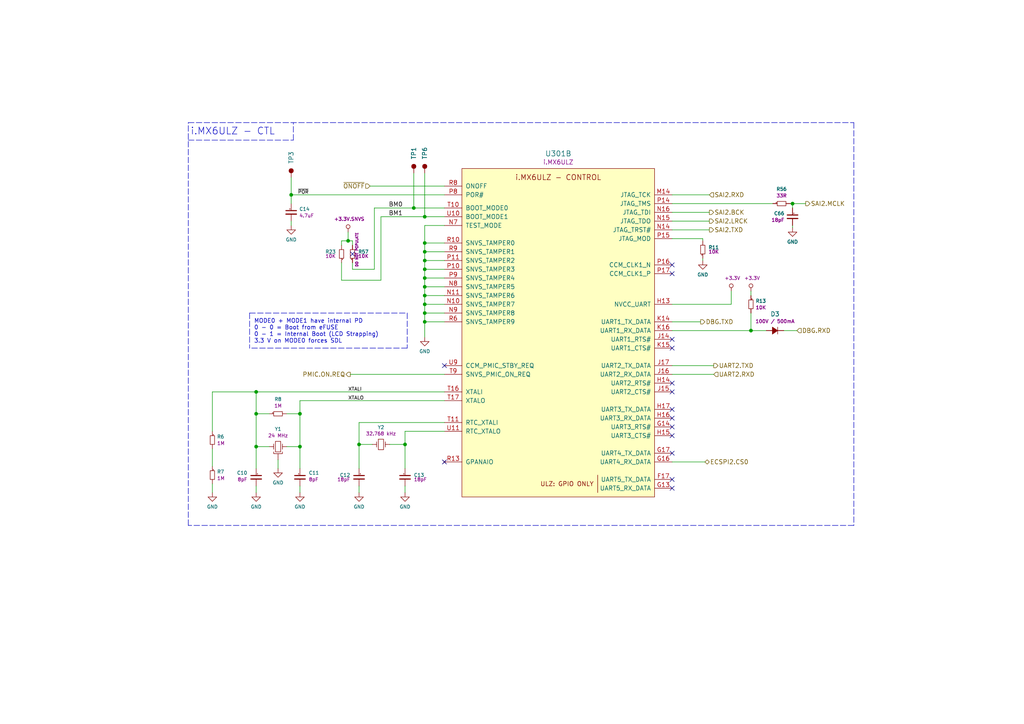
<source format=kicad_sch>
(kicad_sch (version 20211123) (generator eeschema)
  (paper "A4")
  (title_block (title "EX-PCB-10108-001") (date "2021-07-27") (rev "A") (company "OHN Electronics Inc.") (comment 1 "Uses NXP i.MX6ULx core design licensed from PolyVection UG, Germany") (comment 2 "Organelle 2 Processor board") (comment 4 "EX-PCB-10108-001 - Schematics"))
  (junction (at 217.805 95.885))
  (junction (at 86.995 120.015))
  (junction (at 123.19 90.805))
  (junction (at 123.19 93.345))
  (junction (at 123.19 62.865))
  (junction (at 74.295 113.665))
  (junction (at 104.14 128.905))
  (junction (at 123.19 85.725))
  (junction (at 123.19 70.485))
  (junction (at 86.995 129.54))
  (junction (at 120.015 60.325))
  (junction (at 123.19 78.105))
  (junction (at 84.455 56.515))
  (junction (at 100.965 69.85))
  (junction (at 123.19 73.025))
  (junction (at 123.19 80.645))
  (junction (at 229.87 59.055))
  (junction (at 123.19 88.265))
  (junction (at 117.475 128.905))
  (junction (at 74.295 129.54))
  (junction (at 74.295 120.015))
  (junction (at 123.19 83.185))
  (junction (at 123.19 75.565))
  (no_connect (at 194.945 79.375))
  (no_connect (at 194.945 141.605))
  (no_connect (at 128.905 133.985))
  (no_connect (at 194.945 121.285))
  (no_connect (at 194.945 139.065))
  (no_connect (at 128.905 106.045))
  (no_connect (at 102.235 73.66))
  (no_connect (at 194.945 100.965))
  (no_connect (at 194.945 76.835))
  (no_connect (at 194.945 123.825))
  (no_connect (at 194.945 111.125))
  (no_connect (at 194.945 126.365))
  (no_connect (at 194.945 131.445))
  (no_connect (at 194.945 98.425))
  (no_connect (at 194.945 118.745))
  (no_connect (at 194.945 113.665))
  (polyline (pts (xy 247.65 152.4) (xy 54.61 152.4)))
  (wire (pts (xy 123.19 50.165) (xy 123.19 62.865)))
  (wire (pts (xy 86.995 129.54) (xy 86.995 135.89)))
  (wire (pts (xy 84.455 56.515) (xy 84.455 59.055)))
  (wire (pts (xy 110.49 62.865) (xy 110.49 81.28)))
  (wire (pts (xy 99.06 69.85) (xy 99.06 71.12)))
  (wire (pts (xy 107.315 53.975) (xy 128.905 53.975)))
  (wire (pts (xy 217.805 95.885) (xy 222.25 95.885)))
  (wire (pts (xy 84.455 65.405) (xy 84.455 64.135)))
  (wire (pts (xy 61.595 142.875) (xy 61.595 140.335)))
  (wire (pts (xy 99.06 81.28) (xy 110.49 81.28)))
  (wire (pts (xy 123.19 88.265) (xy 123.19 90.805)))
  (wire (pts (xy 104.14 128.905) (xy 104.14 135.89)))
  (polyline (pts (xy 54.61 152.4) (xy 54.61 35.56)))
  (wire (pts (xy 123.19 73.025) (xy 123.19 75.565)))
  (wire (pts (xy 212.09 84.455) (xy 212.09 88.265)))
  (wire (pts (xy 227.33 95.885) (xy 231.14 95.885)))
  (wire (pts (xy 100.965 69.85) (xy 102.235 69.85)))
  (polyline (pts (xy 72.39 90.805) (xy 72.39 100.965)))
  (wire (pts (xy 128.905 125.095) (xy 117.475 125.095)))
  (wire (pts (xy 117.475 125.095) (xy 117.475 128.905)))
  (wire (pts (xy 123.19 88.265) (xy 128.905 88.265)))
  (wire (pts (xy 84.455 56.515) (xy 128.905 56.515)))
  (wire (pts (xy 123.19 62.865) (xy 128.905 62.865)))
  (wire (pts (xy 229.87 59.055) (xy 229.235 59.055)))
  (wire (pts (xy 104.14 142.875) (xy 104.14 140.97)))
  (wire (pts (xy 128.905 73.025) (xy 123.19 73.025)))
  (wire (pts (xy 86.995 116.205) (xy 128.905 116.205)))
  (wire (pts (xy 84.455 51.435) (xy 84.455 56.515)))
  (polyline (pts (xy 247.65 35.56) (xy 247.65 152.4)))
  (polyline (pts (xy 54.61 40.64) (xy 85.09 40.64)))
  (wire (pts (xy 102.235 76.2) (xy 102.235 78.105)))
  (wire (pts (xy 113.03 128.905) (xy 117.475 128.905)))
  (wire (pts (xy 194.945 61.595) (xy 205.74 61.595)))
  (wire (pts (xy 207.01 106.045) (xy 194.945 106.045)))
  (polyline (pts (xy 54.61 35.56) (xy 247.65 35.56)))
  (wire (pts (xy 102.235 69.85) (xy 102.235 71.12)))
  (wire (pts (xy 229.87 60.325) (xy 229.87 59.055)))
  (wire (pts (xy 194.945 64.135) (xy 205.74 64.135)))
  (wire (pts (xy 194.945 108.585) (xy 207.01 108.585)))
  (wire (pts (xy 229.87 66.04) (xy 229.87 65.405)))
  (wire (pts (xy 108.585 78.105) (xy 108.585 60.325)))
  (wire (pts (xy 123.19 75.565) (xy 123.19 78.105)))
  (wire (pts (xy 102.235 78.105) (xy 108.585 78.105)))
  (wire (pts (xy 99.06 81.28) (xy 99.06 76.2)))
  (wire (pts (xy 123.19 80.645) (xy 128.905 80.645)))
  (wire (pts (xy 101.6 108.585) (xy 128.905 108.585)))
  (wire (pts (xy 74.295 142.875) (xy 74.295 140.97)))
  (wire (pts (xy 74.295 120.015) (xy 74.295 129.54)))
  (wire (pts (xy 123.19 65.405) (xy 123.19 70.485)))
  (wire (pts (xy 123.19 85.725) (xy 128.905 85.725)))
  (wire (pts (xy 86.995 116.205) (xy 86.995 120.015)))
  (wire (pts (xy 123.19 80.645) (xy 123.19 83.185)))
  (wire (pts (xy 194.945 56.515) (xy 205.74 56.515)))
  (wire (pts (xy 61.595 135.255) (xy 61.595 130.175)))
  (wire (pts (xy 78.105 129.54) (xy 74.295 129.54)))
  (wire (pts (xy 74.295 113.665) (xy 128.905 113.665)))
  (wire (pts (xy 107.95 128.905) (xy 104.14 128.905)))
  (wire (pts (xy 194.945 69.215) (xy 203.835 69.215)))
  (polyline (pts (xy 72.39 90.805) (xy 118.11 90.805)))
  (wire (pts (xy 108.585 60.325) (xy 120.015 60.325)))
  (wire (pts (xy 233.68 59.055) (xy 229.87 59.055)))
  (wire (pts (xy 83.185 129.54) (xy 86.995 129.54)))
  (wire (pts (xy 123.19 83.185) (xy 123.19 85.725)))
  (polyline (pts (xy 118.11 90.805) (xy 118.11 100.965)))
  (wire (pts (xy 203.835 74.93) (xy 203.835 75.565)))
  (wire (pts (xy 128.905 70.485) (xy 123.19 70.485)))
  (wire (pts (xy 74.295 129.54) (xy 74.295 135.89)))
  (wire (pts (xy 194.945 93.345) (xy 203.2 93.345)))
  (polyline (pts (xy 85.09 40.64) (xy 85.09 35.56)))
  (wire (pts (xy 123.19 70.485) (xy 123.19 73.025)))
  (wire (pts (xy 128.905 75.565) (xy 123.19 75.565)))
  (wire (pts (xy 120.015 50.165) (xy 120.015 60.325)))
  (wire (pts (xy 123.19 78.105) (xy 128.905 78.105)))
  (wire (pts (xy 123.19 78.105) (xy 123.19 80.645)))
  (wire (pts (xy 128.905 65.405) (xy 123.19 65.405)))
  (wire (pts (xy 104.14 122.555) (xy 104.14 128.905)))
  (wire (pts (xy 123.19 93.345) (xy 123.19 97.79)))
  (wire (pts (xy 123.19 85.725) (xy 123.19 88.265)))
  (wire (pts (xy 128.905 122.555) (xy 104.14 122.555)))
  (wire (pts (xy 86.995 142.875) (xy 86.995 140.97)))
  (wire (pts (xy 83.185 120.015) (xy 86.995 120.015)))
  (wire (pts (xy 123.19 90.805) (xy 123.19 93.345)))
  (wire (pts (xy 117.475 142.875) (xy 117.475 140.97)))
  (wire (pts (xy 61.595 113.665) (xy 74.295 113.665)))
  (wire (pts (xy 120.015 60.325) (xy 128.905 60.325)))
  (wire (pts (xy 100.965 67.31) (xy 100.965 69.85)))
  (wire (pts (xy 203.835 69.215) (xy 203.835 69.85)))
  (wire (pts (xy 80.645 135.89) (xy 80.645 133.35)))
  (wire (pts (xy 194.945 59.055) (xy 224.155 59.055)))
  (wire (pts (xy 123.19 93.345) (xy 128.905 93.345)))
  (wire (pts (xy 86.995 120.015) (xy 86.995 129.54)))
  (wire (pts (xy 194.945 95.885) (xy 217.805 95.885)))
  (polyline (pts (xy 118.11 100.965) (xy 72.39 100.965)))
  (wire (pts (xy 117.475 128.905) (xy 117.475 135.89)))
  (wire (pts (xy 194.945 66.675) (xy 205.74 66.675)))
  (wire (pts (xy 78.105 120.015) (xy 74.295 120.015)))
  (wire (pts (xy 100.965 69.85) (xy 99.06 69.85)))
  (wire (pts (xy 61.595 125.095) (xy 61.595 113.665)))
  (wire (pts (xy 74.295 113.665) (xy 74.295 120.015)))
  (wire (pts (xy 123.19 83.185) (xy 128.905 83.185)))
  (wire (pts (xy 212.09 88.265) (xy 194.945 88.265)))
  (wire (pts (xy 217.805 90.805) (xy 217.805 95.885)))
  (wire (pts (xy 217.805 85.725) (xy 217.805 84.455)))
  (wire (pts (xy 110.49 62.865) (xy 123.19 62.865)))
  (wire (pts (xy 123.19 90.805) (xy 128.905 90.805)))
  (wire (pts (xy 194.945 133.985) (xy 204.47 133.985)))
  (text "MODE0 + MODE1 have internal PD\n0 - 0 = Boot from eFUSE\n0 - 1 = Internal Boot (LCD Strapping)\n3.3 V on MODE0 forces SDL" (at 73.66 99.695 0) (effects (font (size 1.1938 1.1938)) (justify left bottom)))
  (text "i.MX6ULZ - CTL" (at 55.245 39.37 0) (effects (font (size 2.0066 2.0066)) (justify left bottom)))
  (label "XTALI" (at 100.965 113.665 0) (effects (font (size 0.9906 0.9906))))
  (label "~{POR}" (at 86.36 56.515 0) (effects (font (size 0.9906 0.9906))))
  (label "BM0" (at 116.84 60.325 180))
  (label "BM1" (at 116.84 62.865 180))
  (label "XTALO" (at 100.965 116.205 0) (effects (font (size 0.9906 0.9906))))
  (hierarchical_label "SAI2.BCK" (shape output) (at 205.74 61.595 0))
  (hierarchical_label "~{ONOFF}" (shape input) (at 107.315 53.975 180))
  (hierarchical_label "DBG.TXD" (shape output) (at 203.2 93.345 0))
  (hierarchical_label "SAI2.MCLK" (shape output) (at 233.68 59.055 0))
  (hierarchical_label "ECSPI2.CS0" (shape bidirectional) (at 204.47 133.985 0))
  (hierarchical_label "SAI2.TXD" (shape output) (at 205.74 66.675 0))
  (hierarchical_label "SAI2.LRCK" (shape output) (at 205.74 64.135 0))
  (hierarchical_label "DBG.RXD" (shape input) (at 231.14 95.885 0))
  (hierarchical_label "UART2.RXD" (shape input) (at 207.01 108.585 0))
  (hierarchical_label "PMIC.ON.REQ" (shape output) (at 101.6 108.585 180))
  (hierarchical_label "UART2.TXD" (shape output) (at 207.01 106.045 0))
  (hierarchical_label "SAI2.RXD" (shape input) (at 205.74 56.515 0))
  (symbol (lib_id "PV-EC-CLK-003:PV-EC-CLK-003-004") (at 110.49 128.905 0) (unit 1)
    (property "Reference" "Y2" (at 110.49 123.952 0) (effects (font (size 0.9906 0.9906))))
    (property "Value" "PV-EC-CLK-003-004" (effects hide))
    (property "Footprint" "PV-EC-CLK-001:CRY_2x1.2" (effects hide))
    (property "PV-Code" "PV-EC-CLK-003-004" (effects hide))
    (property "Description" "32.768 kHz" (at 110.49 125.7808 0) (effects (font (size 0.9906 0.9906))))
    (property "Detail" "Y:2x1.2 / CRYSTAL / 32.768kHz / 12.5pF / 20ppm" (effects hide))
    (property "Option" "POPULATE" (effects hide))
    (property "Layer" "TOP" (effects hide))
    (property "Type" "SMD" (effects hide))
    (property "PV-Number" "6000104" (effects hide))
  )
  (symbol (lib_id "PV-EC-CAP-014:PV-EC-CAP-014-18P") (at 104.14 138.43 0) (mirror y)
    (property "Reference" "C12" (at 101.6 137.795 0) (effects (font (size 0.9906 0.9906)) (justify left)))
    (property "Value" "PV-EC-CAP-014-18P" (effects hide))
    (property "Footprint" "PV-EC-CAP-001:0402" (effects hide))
    (property "PV-Code" "PV-EC-CAP-014-18P" (effects hide))
    (property "Description" "18pF" (at 101.6 139.065 0) (effects (font (size 0.9906 0.9906)) (justify left)))
    (property "Detail" "C:0402 / 50V / 5% / C0G" (effects hide))
    (property "Option" "POPULATE" (effects hide))
    (property "Layer" "TOP" (effects hide))
    (property "Type" "SMD" (effects hide))
    (property "PV-Number" "6000004" (effects hide))
  )
  (symbol (lib_id "PV-EC-CAP-014:PV-EC-CAP-014-18P") (at 117.475 138.43 0)
    (property "Reference" "C13" (at 120.015 137.795 0) (effects (font (size 0.9906 0.9906)) (justify left)))
    (property "Value" "PV-EC-CAP-014-18P" (effects hide))
    (property "Footprint" "PV-EC-CAP-001:0402" (effects hide))
    (property "PV-Code" "PV-EC-CAP-014-18P" (effects hide))
    (property "Description" "18pF" (at 120.015 139.065 0) (effects (font (size 0.9906 0.9906)) (justify left)))
    (property "Detail" "C:0402 / 50V / 5% / C0G" (effects hide))
    (property "Option" "POPULATE" (effects hide))
    (property "Layer" "TOP" (effects hide))
    (property "Type" "SMD" (effects hide))
    (property "PV-Number" "6000004" (effects hide))
  )
  (symbol (lib_id "PV-EC-PWR-003:GND") (at 104.14 142.875 0) (unit 1)
    (property "Reference" "#PWR0150" (effects hide))
    (property "Value" "GND" (at 104.14 146.9898 0) (effects (font (size 0.9906 0.9906))))
  )
  (symbol (lib_id "PV-EC-PWR-003:GND") (at 117.475 142.875 0) (mirror y) (unit 1)
    (property "Reference" "#PWR0151" (effects hide))
    (property "Value" "GND" (at 117.475 146.9898 0) (effects (font (size 0.9906 0.9906))))
  )
  (symbol (lib_id "PV-EC-PWR-003:GND") (at 86.995 142.875 0) (unit 1)
    (property "Reference" "#PWR0152" (effects hide))
    (property "Value" "GND" (at 86.995 146.9898 0) (effects (font (size 0.9906 0.9906))))
  )
  (symbol (lib_id "PV-EC-PWR-003:GND") (at 74.295 142.875 0) (unit 1)
    (property "Reference" "#PWR0153" (effects hide))
    (property "Value" "GND" (at 74.295 146.9898 0) (effects (font (size 0.9906 0.9906))))
  )
  (symbol (lib_id "PV-EC-PWR-003:GND") (at 123.19 97.79 0) (unit 1)
    (property "Reference" "#PWR0154" (effects hide))
    (property "Value" "GND" (at 123.19 101.9048 0) (effects (font (size 0.9906 0.9906))))
  )
  (symbol (lib_id "PV-EC-PWR-003:GND") (at 80.645 135.89 0) (unit 1)
    (property "Reference" "#PWR0155" (effects hide))
    (property "Value" "GND" (at 80.645 140.0048 0) (effects (font (size 0.9906 0.9906))))
  )
  (symbol (lib_id "PV-EC-BRD-004:PV-EC-BRD-004-1MM") (at 84.455 48.895 270) (mirror x) (unit 1)
    (property "Reference" "TP3" (at 84.455 45.72 0))
    (property "Value" "PV-EC-BRD-004-1MM" (effects hide))
    (property "Footprint" "PV-EC-BRD-001:TP_10" (effects hide))
    (property "PV-Code" "PV-EC-BRD-004-1MM" (effects hide))
    (property "Description" "Testpoint 1 mm" (effects hide))
    (property "Detail" "TP:2MM / TESTPOINT 1mm / no paste" (effects hide))
    (property "Option" "DO NOT POPULATE" (effects hide))
    (property "Layer" "TOP" (effects hide))
    (property "Type" "TESTPOINT" (effects hide))
  )
  (symbol (lib_id "PV-EC-PWR-003:GND") (at 61.595 142.875 0) (unit 1)
    (property "Reference" "#PWR0185" (effects hide))
    (property "Value" "GND" (at 61.595 146.9898 0) (effects (font (size 0.9906 0.9906))))
  )
  (symbol (lib_id "PV-EC-RES-007:PV-EC-RES-007-1M") (at 80.645 120.015 0) (unit 1)
    (property "Reference" "R8" (at 80.645 115.7986 0) (effects (font (size 0.9906 0.9906))))
    (property "Value" "PV-EC-RES-007-1M" (effects hide))
    (property "Footprint" "PV-EC-RES-001:0402" (effects hide))
    (property "PV-Code" "PV-EC-RES-007-1M" (effects hide))
    (property "PV-Number" "6000181" (effects hide))
    (property "Description" "1M" (at 80.645 117.7036 0) (effects (font (size 0.9906 0.9906))))
    (property "Detail" "R:0402 / 1% / FILM / 1/16W" (effects hide))
    (property "Option" "POPULATE" (effects hide))
    (property "Layer" "TOP" (effects hide))
    (property "Type" "SMD" (effects hide))
  )
  (symbol (lib_id "PV-EC-RES-007:PV-EC-RES-007-1M") (at 61.595 127.635 270) (unit 1)
    (property "Reference" "R6" (at 62.9412 126.6698 90) (effects (font (size 0.9906 0.9906)) (justify left)))
    (property "Value" "PV-EC-RES-007-1M" (effects hide))
    (property "Footprint" "PV-EC-RES-001:0402" (effects hide))
    (property "PV-Code" "PV-EC-RES-007-1M" (effects hide))
    (property "PV-Number" "6000181" (effects hide))
    (property "Description" "1M" (at 62.9412 128.5748 90) (effects (font (size 0.9906 0.9906)) (justify left)))
    (property "Detail" "R:0402 / 1% / FILM / 1/16W" (effects hide))
    (property "Option" "POPULATE" (effects hide))
    (property "Layer" "TOP" (effects hide))
    (property "Type" "SMD" (effects hide))
  )
  (symbol (lib_id "PV-EC-RES-007:PV-EC-RES-007-1M") (at 61.595 137.795 270) (unit 1)
    (property "Reference" "R7" (at 62.9412 136.8298 90) (effects (font (size 0.9906 0.9906)) (justify left)))
    (property "Value" "PV-EC-RES-007-1M" (effects hide))
    (property "Footprint" "PV-EC-RES-001:0402" (effects hide))
    (property "PV-Code" "PV-EC-RES-007-1M" (effects hide))
    (property "PV-Number" "6000181" (effects hide))
    (property "Description" "1M" (at 62.9412 138.7348 90) (effects (font (size 0.9906 0.9906)) (justify left)))
    (property "Detail" "R:0402 / 1% / FILM / 1/16W" (effects hide))
    (property "Option" "POPULATE" (effects hide))
    (property "Layer" "TOP" (effects hide))
    (property "Type" "SMD" (effects hide))
  )
  (symbol (lib_id "PV-EC-CAP-010:PV-EC-CAP-010-4U7") (at 84.455 61.595 0) (unit 1)
    (property "Reference" "C14" (at 86.7918 60.6298 0) (effects (font (size 0.9906 0.9906)) (justify left)))
    (property "Value" "PV-EC-CAP-010-4U7" (effects hide))
    (property "Footprint" "PV-EC-CAP-001:0402" (effects hide))
    (property "PV-Code" "PV-EC-CAP-010-4U7" (effects hide))
    (property "PV-Number" "6000073" (effects hide))
    (property "Description" "4.7uF" (at 86.7918 62.5348 0) (effects (font (size 0.9906 0.9906)) (justify left)))
    (property "Detail" "C:0402 / 6.3V / 20% / X5R" (effects hide))
    (property "Option" "POPULATE" (effects hide))
    (property "Layer" "TOP" (effects hide))
    (property "Type" "SMD" (effects hide))
  )
  (symbol (lib_id "PV-EC-PWR-003:GND") (at 84.455 65.405 0) (mirror y) (unit 1)
    (property "Reference" "#PWR0183" (effects hide))
    (property "Value" "GND" (at 84.455 69.5198 0) (effects (font (size 0.9906 0.9906))))
  )
  (symbol (lib_id "PV-EC-PWR-003:+3.3V_INPUT") (at 212.09 84.455 0) (unit 1)
    (property "Reference" "#PWR074" (effects hide))
    (property "Value" "+3.3V_INPUT" (effects hide))
    (property "Description" "+3.3V" (at 212.4202 80.6704 0) (effects (font (size 0.9906 0.9906))))
  )
  (symbol (lib_id "PV-EC-RES-007:PV-EC-RES-007-10K") (at 203.835 72.39 90) (unit 1)
    (property "Reference" "R11" (at 207.01 71.755 90) (effects (font (size 0.9906 0.9906))))
    (property "Value" "PV-EC-RES-007-10K" (effects hide))
    (property "Footprint" "PV-EC-RES-001:0402" (effects hide))
    (property "PV-Code" "PV-EC-RES-007-10K" (effects hide))
    (property "PV-Number" "6000020" (effects hide))
    (property "Description" "10K" (at 207.01 73.025 90) (effects (font (size 0.9906 0.9906))))
    (property "Detail" "R:0402 / 1% / FILM / 1/16W" (effects hide))
    (property "Option" "POPULATE" (effects hide))
    (property "Layer" "TOP" (effects hide))
    (property "Type" "SMD" (effects hide))
  )
  (symbol (lib_id "PV-EC-PWR-003:GND") (at 203.835 75.565 0) (unit 1)
    (property "Reference" "#PWR0143" (effects hide))
    (property "Value" "GND" (at 203.835 79.6798 0) (effects (font (size 0.9906 0.9906))))
  )
  (symbol (lib_id "PV-EC-DIO-001:PV-EC-DIO-001-001") (at 224.79 95.885 0) (mirror y) (unit 1)
    (property "Reference" "D3" (at 224.79 91.0844 0))
    (property "Value" "PV-EC-DIO-001-001" (effects hide))
    (property "Footprint" "PV-EC-DIO-001:SOD-523" (effects hide))
    (property "PV-Code" "PV-EC-DIO-001-001" (effects hide))
    (property "PV-Number" "6000007" (effects hide))
    (property "Description" "100V / 500mA" (at 224.79 93.1926 0) (effects (font (size 0.9906 0.9906))))
    (property "Detail" "D:SOD523 / Vf 1.2V / Ir 100uA" (effects hide))
    (property "Option" "POPULATE" (effects hide))
    (property "Layer" "TOP" (effects hide))
    (property "Type" "SMD" (effects hide))
  )
  (symbol (lib_id "PV-EC-RES-007:PV-EC-RES-007-10K") (at 217.805 88.265 270) (unit 1)
    (property "Reference" "R13" (at 219.1512 87.2998 90) (effects (font (size 0.9906 0.9906)) (justify left)))
    (property "Value" "PV-EC-RES-007-10K" (effects hide))
    (property "Footprint" "PV-EC-RES-001:0402" (effects hide))
    (property "PV-Code" "PV-EC-RES-007-10K" (effects hide))
    (property "PV-Number" "6000020" (effects hide))
    (property "Description" "10K" (at 219.1512 89.2048 90) (effects (font (size 0.9906 0.9906)) (justify left)))
    (property "Detail" "R:0402 / 1% / FILM / 1/16W" (effects hide))
    (property "Option" "POPULATE" (effects hide))
    (property "Layer" "TOP" (effects hide))
    (property "Type" "SMD" (effects hide))
  )
  (symbol (lib_id "PV-EC-PWR-003:+3.3V_INPUT") (at 217.805 84.455 0) (unit 1)
    (property "Reference" "#PWR067" (effects hide))
    (property "Value" "+3.3V_INPUT" (effects hide))
    (property "Description" "+3.3V" (at 218.1352 80.6704 0) (effects (font (size 0.9906 0.9906))))
  )
  (symbol (lib_id "PV-EC-CAP-014:PV-EC-CAP-014-18P") (at 229.87 62.865 0) (mirror y)
    (property "Reference" "C66" (at 227.5332 61.8998 0) (effects (font (size 0.9906 0.9906)) (justify left)))
    (property "Value" "PV-EC-CAP-014-18P" (effects hide))
    (property "Footprint" "PV-EC-CAP-001:0402" (effects hide))
    (property "PV-Code" "PV-EC-CAP-014-18P" (effects hide))
    (property "PV-Number" "6000004" (effects hide))
    (property "Description" "18pF" (at 227.5332 63.8048 0) (effects (font (size 0.9906 0.9906)) (justify left)))
    (property "Detail" "C:0402 / 50V / 5% / C0G" (effects hide))
    (property "Option" "POPULATE" (effects hide))
    (property "Layer" "TOP" (effects hide))
    (property "Type" "SMD" (effects hide))
  )
  (symbol (lib_id "PV-EC-PWR-003:GND") (at 229.87 66.04 0) (mirror y)
    (property "Reference" "#PWR02" (effects hide))
    (property "Value" "GND" (at 229.87 70.1548 0) (effects (font (size 0.9906 0.9906))))
  )
  (symbol (lib_id "PV-EC-RES-007:PV-EC-RES-007-33R") (at 226.695 59.055 0)
    (property "Reference" "R56" (at 226.695 54.8386 0) (effects (font (size 0.9906 0.9906))))
    (property "Value" "PV-EC-RES-007-33R" (effects hide))
    (property "Footprint" "PV-EC-RES-001:0402" (effects hide))
    (property "PV-Code" "PV-EC-RES-007-33R" (effects hide))
    (property "PV-Number" "6000021" (effects hide))
    (property "Description" "33R" (at 226.695 56.7436 0) (effects (font (size 0.9906 0.9906))))
    (property "Detail" "R:0402 / 1% / FILM / 1/16W" (effects hide))
    (property "Option" "POPULATE" (effects hide))
    (property "Layer" "TOP" (effects hide))
    (property "Type" "SMD" (effects hide))
  )
  (symbol (lib_id "PV-EC-RES-007:PV-EC-RES-007-10K") (at 102.235 73.66 90) (unit 1)
    (property "Reference" "R57" (at 105.41 73.025 90) (effects (font (size 0.9906 0.9906))))
    (property "Value" "PV-EC-RES-007-10K" (effects hide))
    (property "Footprint" "PV-EC-RES-001:0402" (effects hide))
    (property "PV-Code" "PV-EC-RES-007-10K" (effects hide))
    (property "PV-Number" "6000020" (effects hide))
    (property "Description" "10K" (at 105.41 74.295 90) (effects (font (size 0.9906 0.9906))))
    (property "Detail" "R:0402 / 1% / FILM / 1/16W" (effects hide))
    (property "Option" "DO NOT POPULATE" (at 103.505 72.39 0) (effects (font (size 0.7112 0.7112))))
    (property "Layer" "TOP" (effects hide))
    (property "Type" "SMD" (effects hide))
  )
  (symbol (lib_id "PV-EC-BRD-004:PV-EC-BRD-004-1MM") (at 123.19 47.625 270) (mirror x) (unit 1)
    (property "Reference" "TP6" (at 123.19 44.45 0))
    (property "Value" "PV-EC-BRD-004-1MM" (effects hide))
    (property "Footprint" "PV-EC-BRD-001:TP_10" (effects hide))
    (property "PV-Code" "PV-EC-BRD-004-1MM" (effects hide))
    (property "Description" "Testpoint 1 mm" (effects hide))
    (property "Detail" "TP:2MM / TESTPOINT 1mm / no paste" (effects hide))
    (property "Option" "DO NOT POPULATE" (effects hide))
    (property "Layer" "TOP" (effects hide))
    (property "Type" "TESTPOINT" (effects hide))
  )
  (symbol (lib_id "PV-EC-BRD-004:PV-EC-BRD-004-1MM") (at 120.015 47.625 270) (mirror x) (unit 1)
    (property "Reference" "TP1" (at 120.015 44.45 0))
    (property "Value" "PV-EC-BRD-004-1MM" (effects hide))
    (property "Footprint" "PV-EC-BRD-001:TP_10" (effects hide))
    (property "PV-Code" "PV-EC-BRD-004-1MM" (effects hide))
    (property "Description" "Testpoint 1 mm" (effects hide))
    (property "Detail" "TP:2MM / TESTPOINT 1mm / no paste" (effects hide))
    (property "Option" "DO NOT POPULATE" (effects hide))
    (property "Layer" "TOP" (effects hide))
    (property "Type" "TESTPOINT" (effects hide))
  )
  (symbol (lib_id "PV-EC-RES-007:PV-EC-RES-007-10K") (at 99.06 73.66 270) (mirror x) (unit 1)
    (property "Reference" "R23" (at 95.885 73.025 90) (effects (font (size 0.9906 0.9906))))
    (property "Value" "PV-EC-RES-007-10K" (effects hide))
    (property "Footprint" "PV-EC-RES-001:0402" (effects hide))
    (property "PV-Code" "PV-EC-RES-007-10K" (effects hide))
    (property "PV-Number" "6000020" (effects hide))
    (property "Description" "10K" (at 95.885 74.295 90) (effects (font (size 0.9906 0.9906))))
    (property "Detail" "R:0402 / 1% / FILM / 1/16W" (effects hide))
    (property "Option" "POPULATE" (effects hide))
    (property "Layer" "TOP" (effects hide))
    (property "Type" "SMD" (effects hide))
  )
  (symbol (lib_id "PV-EC-PWR-003:+3.3V_SNVS_INPUT") (at 100.965 67.31 0) (unit 1)
    (property "Reference" "#PWR014" (effects hide))
    (property "Value" "+3.3V_SNVS_INPUT" (effects hide))
    (property "Description" "+3.3V.SNVS" (at 101.2952 63.5254 0) (effects (font (size 0.9906 0.9906))))
  )
  (symbol (lib_id "PV-EC-CLK-003:PV-EC-CLK-003-007") (at 80.645 129.54 0) (unit 1)
    (property "Reference" "Y1" (at 80.645 124.4346 0) (effects (font (size 0.9906 0.9906))))
    (property "Value" "PV-EC-CLK-003-007" (effects hide))
    (property "Footprint" "PV-EC-CLK-001:CRY_2x1.6" (effects hide))
    (property "PV-Code" "PV-EC-CLK-003-007" (effects hide))
    (property "PV-Number" "6000483" (effects hide))
    (property "Description" "24 MHz" (at 80.645 126.3396 0) (effects (font (size 0.9906 0.9906))))
    (property "Detail" "Y:2x1.6 / CRYSTAL / 24MHz / 20ppm / 10pF / -20C / +70C / 200 uW " (effects hide))
    (property "Option" "POPULATE" (effects hide))
    (property "Layer" "TOP" (effects hide))
    (property "Type" "SMD" (effects hide))
  )
  (symbol (lib_id "PV-EC-CAP-014:PV-EC-CAP-014-8P") (at 74.295 138.43 0) (mirror y) (unit 1)
    (property "Reference" "C10" (at 71.755 137.16 0) (effects (font (size 0.9906 0.9906)) (justify left)))
    (property "Value" "PV-EC-CAP-014-8P" (effects hide))
    (property "Footprint" "PV-EC-CAP-001:0402" (effects hide))
    (property "PV-Code" "PV-EC-CAP-014-8P" (effects hide))
    (property "PV-Number" "6000484" (effects hide))
    (property "Description" "8pF" (at 71.755 139.065 0) (effects (font (size 0.9906 0.9906)) (justify left)))
    (property "Detail" "C:0402 / 50V / 5% / C0G" (effects hide))
    (property "Option" "POPULATE" (effects hide))
    (property "Layer" "TOP" (effects hide))
    (property "Type" "SMD" (effects hide))
  )
  (symbol (lib_id "PV-EC-CAP-014:PV-EC-CAP-014-8P") (at 86.995 138.43 0) (unit 1)
    (property "Reference" "C11" (at 89.535 137.16 0) (effects (font (size 0.9906 0.9906)) (justify left)))
    (property "Value" "PV-EC-CAP-014-8P" (effects hide))
    (property "Footprint" "PV-EC-CAP-001:0402" (effects hide))
    (property "PV-Code" "PV-EC-CAP-014-8P" (effects hide))
    (property "PV-Number" "6000484" (effects hide))
    (property "Description" "8pF" (at 89.535 139.065 0) (effects (font (size 0.9906 0.9906)) (justify left)))
    (property "Detail" "C:0402 / 50V / 5% / C0G" (effects hide))
    (property "Option" "POPULATE" (effects hide))
    (property "Layer" "TOP" (effects hide))
    (property "Type" "SMD" (effects hide))
  )
  (symbol (lib_id "PV-EC-SOC-003:PV-EC-SOC-003-004") (at 161.925 99.695 0) (unit 2)
    (property "Reference" "U301" (at 161.925 44.5516 0) (effects (font (size 1.524 1.524))))
    (property "Value" "PV-EC-SOC-003-004" (effects hide))
    (property "Footprint" "PV-EC-SOC-001:MAPBGA-289-14x14" (effects hide))
    (property "PV-Code" "PV-EC-SOC-003-004" (effects hide))
    (property "PV-Number" "6000367" (effects hide))
    (property "Description" "i.MX6ULZ" (at 161.925 47.0408 0))
    (property "Detail" "U:MCIMX6Z0DVM09AB / 1x 900 MHz / 32 bit / Z0-COMMERCIAL" (effects hide))
    (property "Option" "POPULATE" (effects hide))
    (property "Layer" "TOP" (effects hide))
    (property "Type" "SMD" (effects hide))
  )
)
</source>
